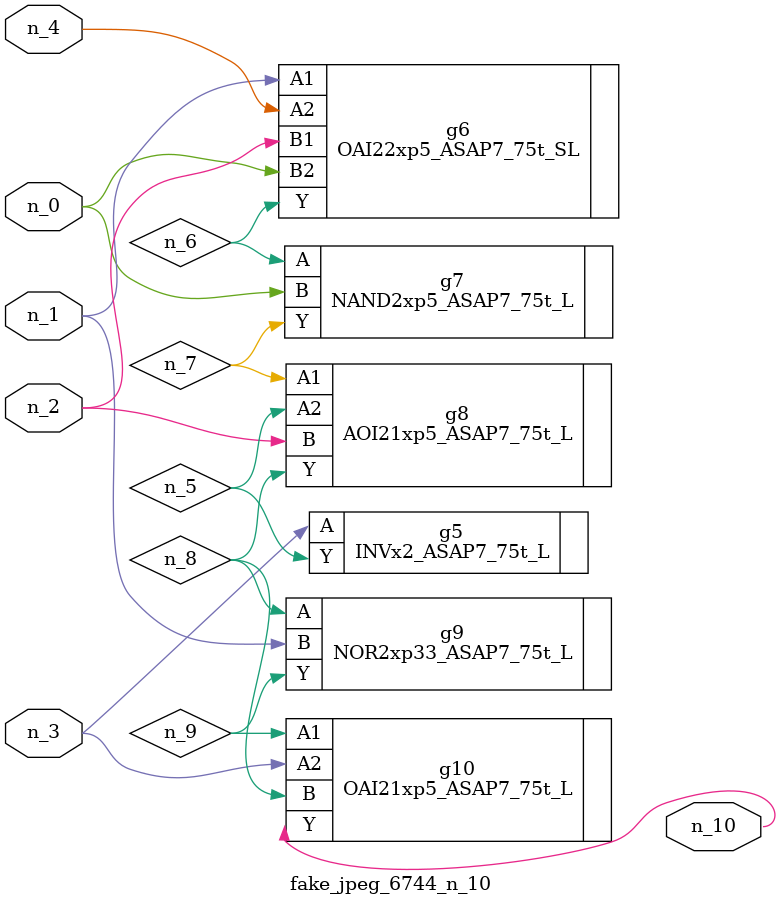
<source format=v>
module fake_jpeg_6744_n_10 (n_3, n_2, n_1, n_0, n_4, n_10);

input n_3;
input n_2;
input n_1;
input n_0;
input n_4;

output n_10;

wire n_8;
wire n_9;
wire n_6;
wire n_5;
wire n_7;

INVx2_ASAP7_75t_L g5 ( 
.A(n_3),
.Y(n_5)
);

OAI22xp5_ASAP7_75t_SL g6 ( 
.A1(n_1),
.A2(n_4),
.B1(n_2),
.B2(n_0),
.Y(n_6)
);

NAND2xp5_ASAP7_75t_L g7 ( 
.A(n_6),
.B(n_0),
.Y(n_7)
);

AOI21xp5_ASAP7_75t_L g8 ( 
.A1(n_7),
.A2(n_5),
.B(n_2),
.Y(n_8)
);

NOR2xp33_ASAP7_75t_L g9 ( 
.A(n_8),
.B(n_1),
.Y(n_9)
);

OAI21xp5_ASAP7_75t_L g10 ( 
.A1(n_9),
.A2(n_3),
.B(n_8),
.Y(n_10)
);


endmodule
</source>
